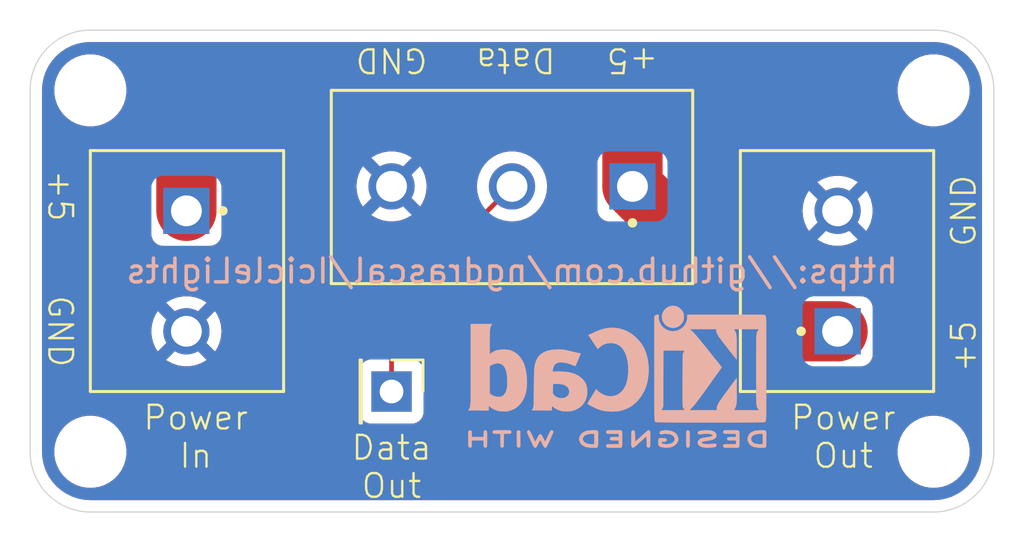
<source format=kicad_pcb>
(kicad_pcb (version 20240108) (generator "pcbnew") (generator_version "8.0")
  (layers (0 "F.Cu" signal) (31 "B.Cu" signal) (34 "B.Paste" user) (35 "F.Paste" user) (36 "B.SilkS" user "B.Silkscreen") (37 "F.SilkS" user "F.Silkscreen") (38 "B.Mask" user) (39 "F.Mask" user) (44 "Edge.Cuts" user))
  (net 0 "")
  (net 1 "/Data")
  (net 2 "+5V")
  (net 3 "GND")
  (footprint "" (layer "F.Cu") (at 134.62 109.22)
    (property "Reference" "" (at 0 0 0) (layer "F.SilkS") (effects (font (size 1.27 1.27))))
    (property "Value" "")
    (pad "" np_thru_hole circle (at 0 0) (size 2.5 2.5) (drill 2.54) (layers "F&B.Cu" "*.Mask"))
  )
  (footprint "" (layer "F.Cu") (at 170.18 93.98)
    (property "Reference" "" (at 0 0 0) (layer "F.SilkS") (effects (font (size 1.27 1.27))))
    (property "Value" "")
    (pad "" np_thru_hole circle (at 0 0) (size 2.5 2.5) (drill 2.54) (layers "F&B.Cu" "*.Mask"))
  )
  (footprint "MyTerminalBlock:PHOENIX - TERM BLK 2P SIDE ENT 5.08MM PCB" (layer "F.Cu") (at 134.62 96.52 -90)
    (property "Reference" "J1" (hide yes))
    (property "Value" "Screw_Terminal_01x02" (hide yes))
    (pad "1" thru_hole rect (at 2.54 -4.05 270) (size 1.95 1.95) (drill 1.3) (layers "*.Cu" "*.Mask") (net 2 "+5V"))
    (pad "2" thru_hole circle (at 7.62 -4.05 270) (size 1.95 1.95) (drill 1.3) (layers "*.Cu" "*.Mask") (net 3 "GND"))
  )
  (footprint "Connector_PinHeader_2.54mm:PinHeader_1x01_P2.54mm_Vertical" (layer "F.Cu") (at 147.32 106.68 -90)
    (property "Reference" "J2" (hide yes))
    (property "Value" "Conn_01x01_Pin" (hide yes))
    (pad "1" thru_hole rect (at 0 0 270) (size 1.7 1.7) (drill 1) (layers "*.Cu" "*.Mask") (net 1 "/Data"))
  )
  (footprint "" (layer "F.Cu") (at 134.62 93.98)
    (property "Reference" "" (at 0 0 0) (layer "F.SilkS") (effects (font (size 1.27 1.27))))
    (property "Value" "")
    (pad "" np_thru_hole circle (at 0 0) (size 2.5 2.5) (drill 2.54) (layers "F&B.Cu" "*.Mask"))
  )
  (footprint "MyTerminalBlock:PHOENIX - TERM BLK 3P SIDE ENT 5.08MM PCB" (layer "F.Cu") (at 160.02 93.98 180)
    (property "Reference" "J3" (hide yes))
    (property "Value" "Screw_Terminal_01x03" (hide yes))
    (pad "1" thru_hole rect (at 2.54 -4.05 180) (size 1.95 1.95) (drill 1.3) (layers "*.Cu" "*.Mask") (net 2 "+5V"))
    (pad "2" thru_hole circle (at 7.62 -4.05 180) (size 1.95 1.95) (drill 1.3) (layers "*.Cu" "*.Mask") (net 1 "/Data"))
    (pad "3" thru_hole circle (at 12.7 -4.05 180) (size 1.95 1.95) (drill 1.3) (layers "*.Cu" "*.Mask") (net 3 "GND"))
  )
  (footprint "MyTerminalBlock:PHOENIX - TERM BLK 2P SIDE ENT 5.08MM PCB" (layer "F.Cu") (at 170.18 106.68 90)
    (property "Reference" "J4" (hide yes))
    (property "Value" "Screw_Terminal_01x02" (hide yes))
    (pad "1" thru_hole rect (at 2.54 -4.05 90) (size 1.95 1.95) (drill 1.3) (layers "*.Cu" "*.Mask") (net 2 "+5V"))
    (pad "2" thru_hole circle (at 7.62 -4.05 90) (size 1.95 1.95) (drill 1.3) (layers "*.Cu" "*.Mask") (net 3 "GND"))
  )
  (footprint "" (layer "F.Cu") (at 170.18 109.22)
    (property "Reference" "" (at 0 0 0) (layer "F.SilkS") (effects (font (size 1.27 1.27))))
    (property "Value" "")
    (pad "" np_thru_hole circle (at 0 0) (size 2.5 2.5) (drill 2.54) (layers "F&B.Cu" "*.Mask"))
  )
  (footprint "Symbol:KiCad-Logo2_5mm_SilkScreen" (layer "B.Cu") (at 156.845 106.045 180)
    (property "Reference" "REF**" (hide yes))
    (property "Value" "KiCad-Logo2_5mm_SilkScreen" (hide yes))
  )
  (gr_line (start 134.62 91.44) (end 170.18 91.44) (stroke (width 0.05)) (layer "Edge.Cuts"))
  (gr_arc (start 172.72 109.22) (mid 171.976051 111.016051) (end 170.18 111.76) (stroke (width 0.05)) (layer "Edge.Cuts"))
  (gr_arc (start 132.08 93.98) (mid 132.823949 92.183949) (end 134.62 91.44) (stroke (width 0.05)) (layer "Edge.Cuts"))
  (gr_line (start 172.72 93.98) (end 172.72 109.22) (stroke (width 0.05)) (layer "Edge.Cuts"))
  (gr_arc (start 134.62 111.76) (mid 132.823949 111.016051) (end 132.08 109.22) (stroke (width 0.05)) (layer "Edge.Cuts"))
  (gr_arc (start 170.18 91.44) (mid 171.976051 92.183949) (end 172.72 93.98) (stroke (width 0.05)) (layer "Edge.Cuts"))
  (gr_line (start 170.18 111.76) (end 134.62 111.76) (stroke (width 0.05)) (layer "Edge.Cuts"))
  (gr_line (start 132.08 109.22) (end 132.08 93.98) (stroke (width 0.05)) (layer "Edge.Cuts"))
  (gr_text "https://github.com/ngdrascal/IcicleLights" (at 152.4 101.6 0) (layer "B.SilkS") (effects (font (size 1 1)) (justify mirror)))
  (gr_text "Power\nIn" (at 139.065 108.585 0) (layer "F.SilkS") (effects (font (size 1 1) (thickness 0.1))))
  (gr_text "+5" (at 133.35 98.425 -90) (layer "F.SilkS") (effects (font (size 1 1) (thickness 0.1))))
  (gr_text "GND" (at 147.32 92.71 180) (layer "F.SilkS") (effects (font (size 1 1) (thickness 0.1))))
  (gr_text "Data\nOut" (at 147.32 109.855 0) (layer "F.SilkS") (effects (font (size 1 1) (thickness 0.1))))
  (gr_text "GND" (at 133.35 104.14 -90) (layer "F.SilkS") (effects (font (size 1 1) (thickness 0.1))))
  (gr_text "+5" (at 157.48 92.71 180) (layer "F.SilkS") (effects (font (size 1 1) (thickness 0.1))))
  (gr_text "Power\nOut" (at 166.37 108.585 0) (layer "F.SilkS") (effects (font (size 1 1) (thickness 0.1))))
  (gr_text "GND" (at 171.45 99.06 90) (layer "F.SilkS") (effects (font (size 1 1) (thickness 0.1))))
  (gr_text "+5" (at 171.45 104.775 90) (layer "F.SilkS") (effects (font (size 1 1) (thickness 0.1))))
  (gr_text "Data" (at 154.305 92.71 180) (layer "F.SilkS") (effects (font (size 1 1) (thickness 0.1)) (justify left)))
  (segment (start 147.32 103.11) (end 152.4 98.03) (width 0.2) (layer "F.Cu") (net 1))
  (segment (start 147.32 106.68) (end 147.32 103.11) (width 0.2) (layer "F.Cu") (net 1))
  (segment (start 154.94 93.345) (end 141.605 93.345) (width 2.54) (layer "F.Cu") (net 2))
  (segment (start 138.67 96.28) (end 138.67 99.06) (width 2.54) (layer "F.Cu") (net 2))
  (segment (start 163.59 104.14) (end 157.48 98.03) (width 2.54) (layer "F.Cu") (net 2))
  (segment (start 166.13 104.14) (end 163.59 104.14) (width 2.54) (layer "F.Cu") (net 2))
  (segment (start 157.48 95.885) (end 154.94 93.345) (width 2.54) (layer "F.Cu") (net 2))
  (segment (start 141.605 93.345) (end 138.67 96.28) (width 2.54) (layer "F.Cu") (net 2))
  (segment (start 157.48 98.03) (end 157.48 95.885) (width 2.54) (layer "F.Cu") (net 2))
  (zone (net 3) (net_name "GND") (layer "F.Cu") (connect_pads (clearance 0.5)) (min_thickness 0.25) (fill yes (thermal_gap 0.5) (thermal_bridge_width 0.5))
    (polygon (pts (xy 130.81 90.17) (xy 173.99 90.17) (xy 173.99 113.03) (xy 130.81 113.03)))
  )
  (zone (net 3) (net_name "GND") (layer "B.Cu") (connect_pads (clearance 0.5)) (min_thickness 0.25) (fill yes (thermal_gap 0.5) (thermal_bridge_width 0.5))
    (polygon (pts (xy 130.81 90.17) (xy 173.99 90.17) (xy 173.99 113.03) (xy 130.81 113.03)))
  )
)
</source>
